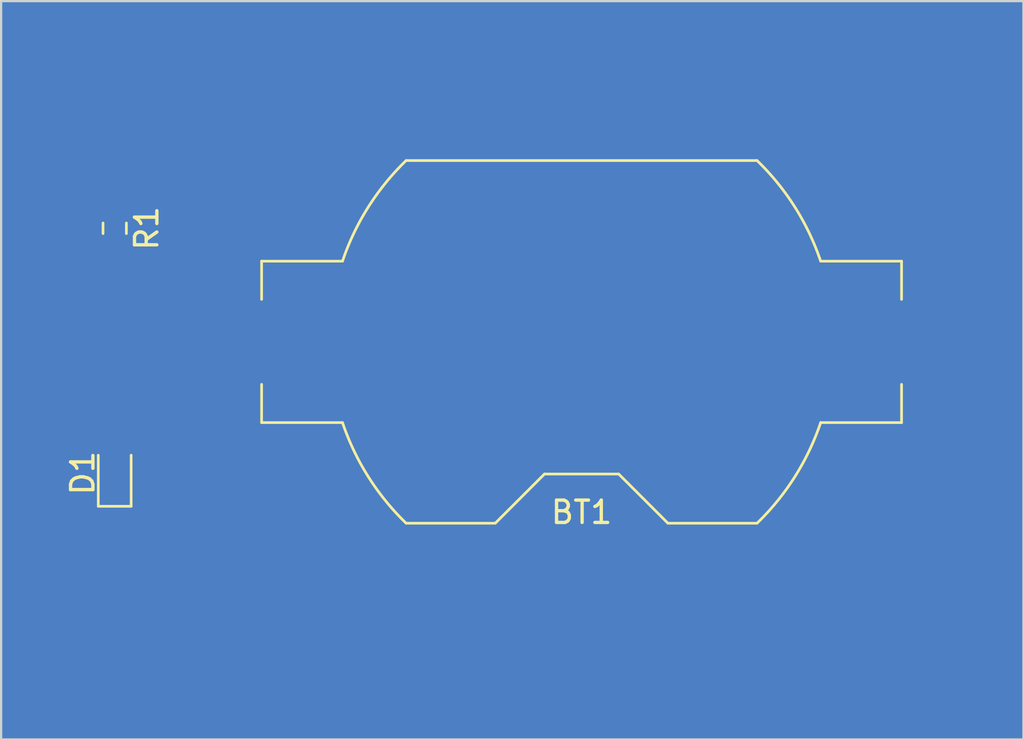
<source format=kicad_pcb>
(kicad_pcb (version 20221018) (generator pcbnew)
  (layers (0 "F.Cu" signal) (31 "B.Cu" signal) (34 "B.Paste" user) (35 "F.Paste" user) (36 "B.SilkS" user "B.Silkscreen") (37 "F.SilkS" user "F.Silkscreen") (38 "B.Mask" user) (39 "F.Mask" user) (44 "Edge.Cuts" user))
  (net 0 "")
  (net 1 "+5V")
  (net 2 "GND")
  (net 3 "Net-(D1-A)")
  (footprint "LED_SMD:LED_0603_1608Metric" (layer "F.Cu") (at 116.84 99.8475 90)
    (fp_text reference "D1" (at 0 -1.43 90) (layer "F.SilkS"))
    (fp_text value "blue")
    (fp_line (start -1.485 -0.735) (end -1.485 0.735) (stroke (width 0.12)) (layer "F.SilkS"))
    (fp_line (start -1.485 0.735) (end 0.8 0.735) (stroke (width 0.12)) (layer "F.SilkS"))
    (fp_line (start 0.8 -0.735) (end -1.485 -0.735) (stroke (width 0.12)) (layer "F.SilkS"))
    (pad "1" smd roundrect (at -0.7875 0 90) (size 0.875 0.95) (layers "F.Cu" "F.Paste" "F.Mask") (net 2 "GND"))
    (pad "2" smd roundrect (at 0.7875 0 90) (size 0.875 0.95) (layers "F.Cu" "F.Paste" "F.Mask") (net 3 "Net-(D1-A)"))
  )
  (footprint "Battery:BatteryHolder_Keystone_1058_1x2032" (layer "F.Cu") (at 137.72 93.98)
    (fp_text reference "BT1" (at 0 7.62) (layer "F.SilkS"))
    (fp_text value "Battery_Cell")
    (fp_line (start -14.31 -3.61) (end -10.692 -3.61) (stroke (width 0.12)) (layer "F.SilkS"))
    (fp_line (start -14.31 -1.9) (end -14.31 -3.61) (stroke (width 0.12)) (layer "F.SilkS"))
    (fp_line (start -14.31 1.9) (end -14.31 3.61) (stroke (width 0.12)) (layer "F.SilkS"))
    (fp_line (start -10.692 3.61) (end -14.31 3.61) (stroke (width 0.12)) (layer "F.SilkS"))
    (fp_line (start -7.8473 -8.11) (end 7.8473 -8.11) (stroke (width 0.12)) (layer "F.SilkS"))
    (fp_line (start -3.86 8.11) (end -7.8473 8.11) (stroke (width 0.12)) (layer "F.SilkS"))
    (fp_line (start -1.66 5.91) (end -3.86 8.11) (stroke (width 0.12)) (layer "F.SilkS"))
    (fp_line (start 1.66 5.91) (end -1.66 5.91) (stroke (width 0.12)) (layer "F.SilkS"))
    (fp_line (start 1.66 5.91) (end 3.86 8.11) (stroke (width 0.12)) (layer "F.SilkS"))
    (fp_line (start 7.8473 8.11) (end 3.86 8.11) (stroke (width 0.12)) (layer "F.SilkS"))
    (fp_line (start 10.692 -3.61) (end 14.31 -3.61) (stroke (width 0.12)) (layer "F.SilkS"))
    (fp_line (start 14.31 -1.9) (end 14.31 -3.61) (stroke (width 0.12)) (layer "F.SilkS"))
    (fp_line (start 14.31 1.9) (end 14.31 3.61) (stroke (width 0.12)) (layer "F.SilkS"))
    (fp_line (start 14.31 3.61) (end 10.692 3.61) (stroke (width 0.12)) (layer "F.SilkS"))
    (fp_arc (start -10.692 -3.61) (mid -9.538084 -6.031244) (end -7.845371 -8.111789) (stroke (width 0.12)) (layer "F.SilkS"))
    (fp_arc (start -7.845371 8.111789) (mid -9.538085 6.031244) (end -10.692 3.61) (stroke (width 0.12)) (layer "F.SilkS"))
    (fp_arc (start 7.845371 -8.111789) (mid 9.538085 -6.031244) (end 10.692 -3.61) (stroke (width 0.12)) (layer "F.SilkS"))
    (fp_arc (start 10.692 3.61) (mid 9.538084 6.031244) (end 7.845371 8.111789) (stroke (width 0.12)) (layer "F.SilkS"))
    (pad "1" smd rect (at -14.68 0) (size 2.54 3.51) (layers "F.Cu" "F.Paste" "F.Mask") (net 1 "+5V"))
    (pad "2" smd rect (at 14.68 0) (size 2.54 3.51) (layers "F.Cu" "F.Paste" "F.Mask") (net 2 "GND"))
  )
  (footprint "Resistor_SMD:R_0603_1608Metric" (layer "F.Cu") (at 116.84 88.9 -90)
    (fp_text reference "R1" (at 0 -1.43 90) (layer "F.SilkS"))
    (fp_text value "220ohm")
    (fp_line (start -0.237258 -0.5225) (end 0.237258 -0.5225) (stroke (width 0.12)) (layer "F.SilkS"))
    (fp_line (start -0.237258 0.5225) (end 0.237258 0.5225) (stroke (width 0.12)) (layer "F.SilkS"))
    (pad "1" smd roundrect (at -0.825 0 270) (size 0.8 0.95) (layers "F.Cu" "F.Paste" "F.Mask") (net 1 "+5V"))
    (pad "2" smd roundrect (at 0.825 0 270) (size 0.8 0.95) (layers "F.Cu" "F.Paste" "F.Mask") (net 3 "Net-(D1-A)"))
  )
  (gr_line (start 157.48 111.76) (end 111.76 111.76) (stroke (width 0.1)) (layer "Edge.Cuts"))
  (gr_line (start 157.48 78.74) (end 157.48 111.76) (stroke (width 0.1)) (layer "Edge.Cuts"))
  (gr_line (start 111.76 111.76) (end 111.76 78.74) (stroke (width 0.1)) (layer "Edge.Cuts"))
  (gr_line (start 111.76 78.74) (end 157.48 78.74) (stroke (width 0.1)) (layer "Edge.Cuts"))
  (segment (start 121.92 88.9) (end 123.04 90.02) (width 0.25) (layer "F.Cu") (net 1))
  (segment (start 123.04 90.02) (end 123.04 93.98) (width 0.25) (layer "F.Cu") (net 1))
  (segment (start 116.84 88.075) (end 117.665 88.9) (width 0.25) (layer "F.Cu") (net 1))
  (segment (start 117.665 88.9) (end 121.92 88.9) (width 0.25) (layer "F.Cu") (net 1))
  (segment (start 152.4 93.98) (end 152.4 106.68) (width 0.25) (layer "F.Cu") (net 2))
  (segment (start 119.38 103.175) (end 116.84 100.635) (width 0.25) (layer "F.Cu") (net 2))
  (segment (start 119.38 106.68) (end 119.38 103.175) (width 0.25) (layer "F.Cu") (net 2))
  (segment (start 121.92 109.22) (end 119.38 106.68) (width 0.25) (layer "F.Cu") (net 2))
  (segment (start 149.86 109.22) (end 121.92 109.22) (width 0.25) (layer "F.Cu") (net 2))
  (segment (start 152.4 106.68) (end 149.86 109.22) (width 0.25) (layer "F.Cu") (net 2))
  (segment (start 116.84 99.06) (end 116.84 89.725) (width 0.25) (layer "F.Cu") (net 3))
  (zone (net 2) (net_name "GND") (layer "F.Cu") (connect_pads (clearance 0.5)) (min_thickness 0.25) (fill yes (thermal_gap 0.5) (thermal_bridge_width 0.5))
    (polygon (pts (xy 111.76 78.74) (xy 157.48 78.74) (xy 157.48 111.76) (xy 111.76 111.76)))
  )
  (zone (net 2) (net_name "GND") (layer "B.Cu") (priority 2) (connect_pads (clearance 0.5)) (min_thickness 0.25) (fill yes (thermal_gap 0.5) (thermal_bridge_width 0.5))
    (polygon (pts (xy 111.76 78.74) (xy 157.48 78.74) (xy 157.48 111.76) (xy 111.76 111.76)))
  )
)
</source>
